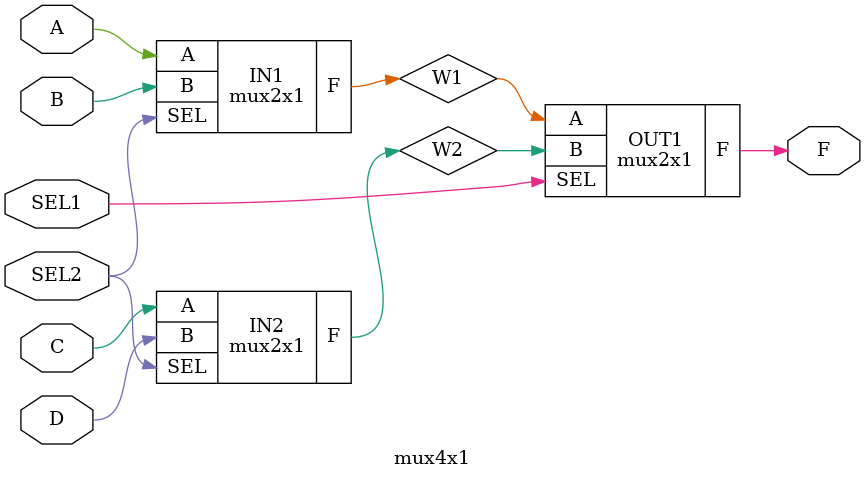
<source format=sv>
`timescale 1ns / 1ps


module mux2x1(
    F,A,B,SEL
    );
////clock with 2ns period 
//    reg clk;
//    parameter cycle =1;
//    always begin
//        #cycle
//        clk = 1;
//        #cycle
//        clk=0;
//    end

    input A,B,SEL;
    output F;
    logic W1,NSEL,W2;
    //use # for prop. delay
    not #15 (NSEL,SEL);
    and #18 (W1,A,SEL);
    and #18 (W2,B,NSEL);
    or #15 (F,W1,W2);
    
endmodule

module mux4x1(
    A,B,C,D,SEL1,SEL2,F
    );
    input A,B,C,D,SEL1,SEL2;
    output F;
    logic W1,W2,NSEL1,NSEL2;
    
    mux2x1 IN1(.F(W1),.A(A),.B(B),.SEL(SEL2));
    mux2x1 IN2(.F(W2),.A(C),.B(D),.SEL(SEL2));
    mux2x1 OUT1(.F(F),.A(W1),.B(W2),.SEL(SEL1));

    

endmodule

</source>
